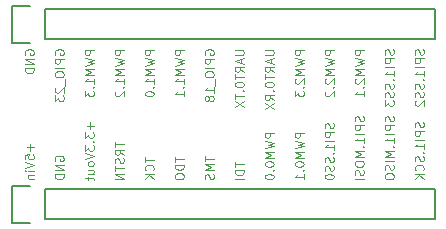
<source format=gbr>
G04 #@! TF.GenerationSoftware,KiCad,Pcbnew,(2017-08-02 revision 9760937)-master*
G04 #@! TF.CreationDate,2017-09-04T14:54:41-05:00*
G04 #@! TF.ProjectId,lofive,6C6F666976652E6B696361645F706362,0*
G04 #@! TF.SameCoordinates,Original*
G04 #@! TF.FileFunction,Legend,Bot*
G04 #@! TF.FilePolarity,Positive*
%FSLAX46Y46*%
G04 Gerber Fmt 4.6, Leading zero omitted, Abs format (unit mm)*
G04 Created by KiCad (PCBNEW (2017-08-02 revision 9760937)-master) date Mon Sep  4 14:54:41 2017*
%MOMM*%
%LPD*%
G01*
G04 APERTURE LIST*
%ADD10C,0.125000*%
%ADD11C,0.150000*%
G04 APERTURE END LIST*
D10*
X136193571Y-112619107D02*
X136229285Y-112726250D01*
X136229285Y-112904821D01*
X136193571Y-112976250D01*
X136157857Y-113011964D01*
X136086428Y-113047678D01*
X136015000Y-113047678D01*
X135943571Y-113011964D01*
X135907857Y-112976250D01*
X135872142Y-112904821D01*
X135836428Y-112761964D01*
X135800714Y-112690535D01*
X135765000Y-112654821D01*
X135693571Y-112619107D01*
X135622142Y-112619107D01*
X135550714Y-112654821D01*
X135515000Y-112690535D01*
X135479285Y-112761964D01*
X135479285Y-112940535D01*
X135515000Y-113047678D01*
X136229285Y-113369107D02*
X135479285Y-113369107D01*
X135479285Y-113654821D01*
X135515000Y-113726250D01*
X135550714Y-113761964D01*
X135622142Y-113797678D01*
X135729285Y-113797678D01*
X135800714Y-113761964D01*
X135836428Y-113726250D01*
X135872142Y-113654821D01*
X135872142Y-113369107D01*
X136229285Y-114119107D02*
X135479285Y-114119107D01*
X136229285Y-114869107D02*
X136229285Y-114440535D01*
X136229285Y-114654821D02*
X135479285Y-114654821D01*
X135586428Y-114583392D01*
X135657857Y-114511964D01*
X135693571Y-114440535D01*
X136157857Y-115190535D02*
X136193571Y-115226250D01*
X136229285Y-115190535D01*
X136193571Y-115154821D01*
X136157857Y-115190535D01*
X136229285Y-115190535D01*
X136193571Y-115511964D02*
X136229285Y-115619107D01*
X136229285Y-115797678D01*
X136193571Y-115869107D01*
X136157857Y-115904821D01*
X136086428Y-115940535D01*
X136015000Y-115940535D01*
X135943571Y-115904821D01*
X135907857Y-115869107D01*
X135872142Y-115797678D01*
X135836428Y-115654821D01*
X135800714Y-115583392D01*
X135765000Y-115547678D01*
X135693571Y-115511964D01*
X135622142Y-115511964D01*
X135550714Y-115547678D01*
X135515000Y-115583392D01*
X135479285Y-115654821D01*
X135479285Y-115833392D01*
X135515000Y-115940535D01*
X136193571Y-116226250D02*
X136229285Y-116333392D01*
X136229285Y-116511964D01*
X136193571Y-116583392D01*
X136157857Y-116619107D01*
X136086428Y-116654821D01*
X136015000Y-116654821D01*
X135943571Y-116619107D01*
X135907857Y-116583392D01*
X135872142Y-116511964D01*
X135836428Y-116369107D01*
X135800714Y-116297678D01*
X135765000Y-116261964D01*
X135693571Y-116226250D01*
X135622142Y-116226250D01*
X135550714Y-116261964D01*
X135515000Y-116297678D01*
X135479285Y-116369107D01*
X135479285Y-116547678D01*
X135515000Y-116654821D01*
X135550714Y-116940535D02*
X135515000Y-116976250D01*
X135479285Y-117047678D01*
X135479285Y-117226250D01*
X135515000Y-117297678D01*
X135550714Y-117333392D01*
X135622142Y-117369107D01*
X135693571Y-117369107D01*
X135800714Y-117333392D01*
X136229285Y-116904821D01*
X136229285Y-117369107D01*
X133653571Y-112619107D02*
X133689285Y-112726250D01*
X133689285Y-112904821D01*
X133653571Y-112976250D01*
X133617857Y-113011964D01*
X133546428Y-113047678D01*
X133475000Y-113047678D01*
X133403571Y-113011964D01*
X133367857Y-112976250D01*
X133332142Y-112904821D01*
X133296428Y-112761964D01*
X133260714Y-112690535D01*
X133225000Y-112654821D01*
X133153571Y-112619107D01*
X133082142Y-112619107D01*
X133010714Y-112654821D01*
X132975000Y-112690535D01*
X132939285Y-112761964D01*
X132939285Y-112940535D01*
X132975000Y-113047678D01*
X133689285Y-113369107D02*
X132939285Y-113369107D01*
X132939285Y-113654821D01*
X132975000Y-113726250D01*
X133010714Y-113761964D01*
X133082142Y-113797678D01*
X133189285Y-113797678D01*
X133260714Y-113761964D01*
X133296428Y-113726250D01*
X133332142Y-113654821D01*
X133332142Y-113369107D01*
X133689285Y-114119107D02*
X132939285Y-114119107D01*
X133689285Y-114869107D02*
X133689285Y-114440535D01*
X133689285Y-114654821D02*
X132939285Y-114654821D01*
X133046428Y-114583392D01*
X133117857Y-114511964D01*
X133153571Y-114440535D01*
X133617857Y-115190535D02*
X133653571Y-115226250D01*
X133689285Y-115190535D01*
X133653571Y-115154821D01*
X133617857Y-115190535D01*
X133689285Y-115190535D01*
X133653571Y-115511964D02*
X133689285Y-115619107D01*
X133689285Y-115797678D01*
X133653571Y-115869107D01*
X133617857Y-115904821D01*
X133546428Y-115940535D01*
X133475000Y-115940535D01*
X133403571Y-115904821D01*
X133367857Y-115869107D01*
X133332142Y-115797678D01*
X133296428Y-115654821D01*
X133260714Y-115583392D01*
X133225000Y-115547678D01*
X133153571Y-115511964D01*
X133082142Y-115511964D01*
X133010714Y-115547678D01*
X132975000Y-115583392D01*
X132939285Y-115654821D01*
X132939285Y-115833392D01*
X132975000Y-115940535D01*
X133653571Y-116226250D02*
X133689285Y-116333392D01*
X133689285Y-116511964D01*
X133653571Y-116583392D01*
X133617857Y-116619107D01*
X133546428Y-116654821D01*
X133475000Y-116654821D01*
X133403571Y-116619107D01*
X133367857Y-116583392D01*
X133332142Y-116511964D01*
X133296428Y-116369107D01*
X133260714Y-116297678D01*
X133225000Y-116261964D01*
X133153571Y-116226250D01*
X133082142Y-116226250D01*
X133010714Y-116261964D01*
X132975000Y-116297678D01*
X132939285Y-116369107D01*
X132939285Y-116547678D01*
X132975000Y-116654821D01*
X132939285Y-116904821D02*
X132939285Y-117369107D01*
X133225000Y-117119107D01*
X133225000Y-117226250D01*
X133260714Y-117297678D01*
X133296428Y-117333392D01*
X133367857Y-117369107D01*
X133546428Y-117369107D01*
X133617857Y-117333392D01*
X133653571Y-117297678D01*
X133689285Y-117226250D01*
X133689285Y-117011964D01*
X133653571Y-116940535D01*
X133617857Y-116904821D01*
X131149285Y-112654821D02*
X130399285Y-112654821D01*
X130399285Y-112940535D01*
X130435000Y-113011964D01*
X130470714Y-113047678D01*
X130542142Y-113083392D01*
X130649285Y-113083392D01*
X130720714Y-113047678D01*
X130756428Y-113011964D01*
X130792142Y-112940535D01*
X130792142Y-112654821D01*
X130399285Y-113333392D02*
X131149285Y-113511964D01*
X130613571Y-113654821D01*
X131149285Y-113797678D01*
X130399285Y-113976250D01*
X131149285Y-114261964D02*
X130399285Y-114261964D01*
X130935000Y-114511964D01*
X130399285Y-114761964D01*
X131149285Y-114761964D01*
X130470714Y-115083392D02*
X130435000Y-115119107D01*
X130399285Y-115190535D01*
X130399285Y-115369107D01*
X130435000Y-115440535D01*
X130470714Y-115476250D01*
X130542142Y-115511964D01*
X130613571Y-115511964D01*
X130720714Y-115476250D01*
X131149285Y-115047678D01*
X131149285Y-115511964D01*
X131077857Y-115833392D02*
X131113571Y-115869107D01*
X131149285Y-115833392D01*
X131113571Y-115797678D01*
X131077857Y-115833392D01*
X131149285Y-115833392D01*
X131149285Y-116583392D02*
X131149285Y-116154821D01*
X131149285Y-116369107D02*
X130399285Y-116369107D01*
X130506428Y-116297678D01*
X130577857Y-116226250D01*
X130613571Y-116154821D01*
X128609285Y-112654821D02*
X127859285Y-112654821D01*
X127859285Y-112940535D01*
X127895000Y-113011964D01*
X127930714Y-113047678D01*
X128002142Y-113083392D01*
X128109285Y-113083392D01*
X128180714Y-113047678D01*
X128216428Y-113011964D01*
X128252142Y-112940535D01*
X128252142Y-112654821D01*
X127859285Y-113333392D02*
X128609285Y-113511964D01*
X128073571Y-113654821D01*
X128609285Y-113797678D01*
X127859285Y-113976250D01*
X128609285Y-114261964D02*
X127859285Y-114261964D01*
X128395000Y-114511964D01*
X127859285Y-114761964D01*
X128609285Y-114761964D01*
X127930714Y-115083392D02*
X127895000Y-115119107D01*
X127859285Y-115190535D01*
X127859285Y-115369107D01*
X127895000Y-115440535D01*
X127930714Y-115476250D01*
X128002142Y-115511964D01*
X128073571Y-115511964D01*
X128180714Y-115476250D01*
X128609285Y-115047678D01*
X128609285Y-115511964D01*
X128537857Y-115833392D02*
X128573571Y-115869107D01*
X128609285Y-115833392D01*
X128573571Y-115797678D01*
X128537857Y-115833392D01*
X128609285Y-115833392D01*
X127930714Y-116154821D02*
X127895000Y-116190535D01*
X127859285Y-116261964D01*
X127859285Y-116440535D01*
X127895000Y-116511964D01*
X127930714Y-116547678D01*
X128002142Y-116583392D01*
X128073571Y-116583392D01*
X128180714Y-116547678D01*
X128609285Y-116119107D01*
X128609285Y-116583392D01*
X126069285Y-112654821D02*
X125319285Y-112654821D01*
X125319285Y-112940535D01*
X125355000Y-113011964D01*
X125390714Y-113047678D01*
X125462142Y-113083392D01*
X125569285Y-113083392D01*
X125640714Y-113047678D01*
X125676428Y-113011964D01*
X125712142Y-112940535D01*
X125712142Y-112654821D01*
X125319285Y-113333392D02*
X126069285Y-113511964D01*
X125533571Y-113654821D01*
X126069285Y-113797678D01*
X125319285Y-113976250D01*
X126069285Y-114261964D02*
X125319285Y-114261964D01*
X125855000Y-114511964D01*
X125319285Y-114761964D01*
X126069285Y-114761964D01*
X125390714Y-115083392D02*
X125355000Y-115119107D01*
X125319285Y-115190535D01*
X125319285Y-115369107D01*
X125355000Y-115440535D01*
X125390714Y-115476250D01*
X125462142Y-115511964D01*
X125533571Y-115511964D01*
X125640714Y-115476250D01*
X126069285Y-115047678D01*
X126069285Y-115511964D01*
X125997857Y-115833392D02*
X126033571Y-115869107D01*
X126069285Y-115833392D01*
X126033571Y-115797678D01*
X125997857Y-115833392D01*
X126069285Y-115833392D01*
X125319285Y-116119107D02*
X125319285Y-116583392D01*
X125605000Y-116333392D01*
X125605000Y-116440535D01*
X125640714Y-116511964D01*
X125676428Y-116547678D01*
X125747857Y-116583392D01*
X125926428Y-116583392D01*
X125997857Y-116547678D01*
X126033571Y-116511964D01*
X126069285Y-116440535D01*
X126069285Y-116226250D01*
X126033571Y-116154821D01*
X125997857Y-116119107D01*
X122779285Y-112654821D02*
X123386428Y-112654821D01*
X123457857Y-112690535D01*
X123493571Y-112726250D01*
X123529285Y-112797678D01*
X123529285Y-112940535D01*
X123493571Y-113011964D01*
X123457857Y-113047678D01*
X123386428Y-113083392D01*
X122779285Y-113083392D01*
X123315000Y-113404821D02*
X123315000Y-113761964D01*
X123529285Y-113333392D02*
X122779285Y-113583392D01*
X123529285Y-113833392D01*
X123529285Y-114511964D02*
X123172142Y-114261964D01*
X123529285Y-114083392D02*
X122779285Y-114083392D01*
X122779285Y-114369107D01*
X122815000Y-114440535D01*
X122850714Y-114476250D01*
X122922142Y-114511964D01*
X123029285Y-114511964D01*
X123100714Y-114476250D01*
X123136428Y-114440535D01*
X123172142Y-114369107D01*
X123172142Y-114083392D01*
X122779285Y-114726250D02*
X122779285Y-115154821D01*
X123529285Y-114940535D02*
X122779285Y-114940535D01*
X122779285Y-115547678D02*
X122779285Y-115619107D01*
X122815000Y-115690535D01*
X122850714Y-115726250D01*
X122922142Y-115761964D01*
X123065000Y-115797678D01*
X123243571Y-115797678D01*
X123386428Y-115761964D01*
X123457857Y-115726250D01*
X123493571Y-115690535D01*
X123529285Y-115619107D01*
X123529285Y-115547678D01*
X123493571Y-115476250D01*
X123457857Y-115440535D01*
X123386428Y-115404821D01*
X123243571Y-115369107D01*
X123065000Y-115369107D01*
X122922142Y-115404821D01*
X122850714Y-115440535D01*
X122815000Y-115476250D01*
X122779285Y-115547678D01*
X123457857Y-116119107D02*
X123493571Y-116154821D01*
X123529285Y-116119107D01*
X123493571Y-116083392D01*
X123457857Y-116119107D01*
X123529285Y-116119107D01*
X123529285Y-116904821D02*
X123172142Y-116654821D01*
X123529285Y-116476250D02*
X122779285Y-116476250D01*
X122779285Y-116761964D01*
X122815000Y-116833392D01*
X122850714Y-116869107D01*
X122922142Y-116904821D01*
X123029285Y-116904821D01*
X123100714Y-116869107D01*
X123136428Y-116833392D01*
X123172142Y-116761964D01*
X123172142Y-116476250D01*
X122779285Y-117154821D02*
X123529285Y-117654821D01*
X122779285Y-117654821D02*
X123529285Y-117154821D01*
X120239285Y-112654821D02*
X120846428Y-112654821D01*
X120917857Y-112690535D01*
X120953571Y-112726250D01*
X120989285Y-112797678D01*
X120989285Y-112940535D01*
X120953571Y-113011964D01*
X120917857Y-113047678D01*
X120846428Y-113083392D01*
X120239285Y-113083392D01*
X120775000Y-113404821D02*
X120775000Y-113761964D01*
X120989285Y-113333392D02*
X120239285Y-113583392D01*
X120989285Y-113833392D01*
X120989285Y-114511964D02*
X120632142Y-114261964D01*
X120989285Y-114083392D02*
X120239285Y-114083392D01*
X120239285Y-114369107D01*
X120275000Y-114440535D01*
X120310714Y-114476250D01*
X120382142Y-114511964D01*
X120489285Y-114511964D01*
X120560714Y-114476250D01*
X120596428Y-114440535D01*
X120632142Y-114369107D01*
X120632142Y-114083392D01*
X120239285Y-114726250D02*
X120239285Y-115154821D01*
X120989285Y-114940535D02*
X120239285Y-114940535D01*
X120239285Y-115547678D02*
X120239285Y-115619107D01*
X120275000Y-115690535D01*
X120310714Y-115726250D01*
X120382142Y-115761964D01*
X120525000Y-115797678D01*
X120703571Y-115797678D01*
X120846428Y-115761964D01*
X120917857Y-115726250D01*
X120953571Y-115690535D01*
X120989285Y-115619107D01*
X120989285Y-115547678D01*
X120953571Y-115476250D01*
X120917857Y-115440535D01*
X120846428Y-115404821D01*
X120703571Y-115369107D01*
X120525000Y-115369107D01*
X120382142Y-115404821D01*
X120310714Y-115440535D01*
X120275000Y-115476250D01*
X120239285Y-115547678D01*
X120917857Y-116119107D02*
X120953571Y-116154821D01*
X120989285Y-116119107D01*
X120953571Y-116083392D01*
X120917857Y-116119107D01*
X120989285Y-116119107D01*
X120239285Y-116369107D02*
X120239285Y-116797678D01*
X120989285Y-116583392D02*
X120239285Y-116583392D01*
X120239285Y-116976250D02*
X120989285Y-117476250D01*
X120239285Y-117476250D02*
X120989285Y-116976250D01*
X117735000Y-113047678D02*
X117699285Y-112976250D01*
X117699285Y-112869107D01*
X117735000Y-112761964D01*
X117806428Y-112690535D01*
X117877857Y-112654821D01*
X118020714Y-112619107D01*
X118127857Y-112619107D01*
X118270714Y-112654821D01*
X118342142Y-112690535D01*
X118413571Y-112761964D01*
X118449285Y-112869107D01*
X118449285Y-112940535D01*
X118413571Y-113047678D01*
X118377857Y-113083392D01*
X118127857Y-113083392D01*
X118127857Y-112940535D01*
X118449285Y-113404821D02*
X117699285Y-113404821D01*
X117699285Y-113690535D01*
X117735000Y-113761964D01*
X117770714Y-113797678D01*
X117842142Y-113833392D01*
X117949285Y-113833392D01*
X118020714Y-113797678D01*
X118056428Y-113761964D01*
X118092142Y-113690535D01*
X118092142Y-113404821D01*
X118449285Y-114154821D02*
X117699285Y-114154821D01*
X117699285Y-114654821D02*
X117699285Y-114797678D01*
X117735000Y-114869107D01*
X117806428Y-114940535D01*
X117949285Y-114976250D01*
X118199285Y-114976250D01*
X118342142Y-114940535D01*
X118413571Y-114869107D01*
X118449285Y-114797678D01*
X118449285Y-114654821D01*
X118413571Y-114583392D01*
X118342142Y-114511964D01*
X118199285Y-114476250D01*
X117949285Y-114476250D01*
X117806428Y-114511964D01*
X117735000Y-114583392D01*
X117699285Y-114654821D01*
X118520714Y-115119107D02*
X118520714Y-115690535D01*
X118449285Y-116261964D02*
X118449285Y-115833392D01*
X118449285Y-116047678D02*
X117699285Y-116047678D01*
X117806428Y-115976250D01*
X117877857Y-115904821D01*
X117913571Y-115833392D01*
X118020714Y-116690535D02*
X117985000Y-116619107D01*
X117949285Y-116583392D01*
X117877857Y-116547678D01*
X117842142Y-116547678D01*
X117770714Y-116583392D01*
X117735000Y-116619107D01*
X117699285Y-116690535D01*
X117699285Y-116833392D01*
X117735000Y-116904821D01*
X117770714Y-116940535D01*
X117842142Y-116976250D01*
X117877857Y-116976250D01*
X117949285Y-116940535D01*
X117985000Y-116904821D01*
X118020714Y-116833392D01*
X118020714Y-116690535D01*
X118056428Y-116619107D01*
X118092142Y-116583392D01*
X118163571Y-116547678D01*
X118306428Y-116547678D01*
X118377857Y-116583392D01*
X118413571Y-116619107D01*
X118449285Y-116690535D01*
X118449285Y-116833392D01*
X118413571Y-116904821D01*
X118377857Y-116940535D01*
X118306428Y-116976250D01*
X118163571Y-116976250D01*
X118092142Y-116940535D01*
X118056428Y-116904821D01*
X118020714Y-116833392D01*
X115909285Y-112654821D02*
X115159285Y-112654821D01*
X115159285Y-112940535D01*
X115195000Y-113011964D01*
X115230714Y-113047678D01*
X115302142Y-113083392D01*
X115409285Y-113083392D01*
X115480714Y-113047678D01*
X115516428Y-113011964D01*
X115552142Y-112940535D01*
X115552142Y-112654821D01*
X115159285Y-113333392D02*
X115909285Y-113511964D01*
X115373571Y-113654821D01*
X115909285Y-113797678D01*
X115159285Y-113976250D01*
X115909285Y-114261964D02*
X115159285Y-114261964D01*
X115695000Y-114511964D01*
X115159285Y-114761964D01*
X115909285Y-114761964D01*
X115909285Y-115511964D02*
X115909285Y-115083392D01*
X115909285Y-115297678D02*
X115159285Y-115297678D01*
X115266428Y-115226250D01*
X115337857Y-115154821D01*
X115373571Y-115083392D01*
X115837857Y-115833392D02*
X115873571Y-115869107D01*
X115909285Y-115833392D01*
X115873571Y-115797678D01*
X115837857Y-115833392D01*
X115909285Y-115833392D01*
X115909285Y-116583392D02*
X115909285Y-116154821D01*
X115909285Y-116369107D02*
X115159285Y-116369107D01*
X115266428Y-116297678D01*
X115337857Y-116226250D01*
X115373571Y-116154821D01*
X113369285Y-112654821D02*
X112619285Y-112654821D01*
X112619285Y-112940535D01*
X112655000Y-113011964D01*
X112690714Y-113047678D01*
X112762142Y-113083392D01*
X112869285Y-113083392D01*
X112940714Y-113047678D01*
X112976428Y-113011964D01*
X113012142Y-112940535D01*
X113012142Y-112654821D01*
X112619285Y-113333392D02*
X113369285Y-113511964D01*
X112833571Y-113654821D01*
X113369285Y-113797678D01*
X112619285Y-113976250D01*
X113369285Y-114261964D02*
X112619285Y-114261964D01*
X113155000Y-114511964D01*
X112619285Y-114761964D01*
X113369285Y-114761964D01*
X113369285Y-115511964D02*
X113369285Y-115083392D01*
X113369285Y-115297678D02*
X112619285Y-115297678D01*
X112726428Y-115226250D01*
X112797857Y-115154821D01*
X112833571Y-115083392D01*
X113297857Y-115833392D02*
X113333571Y-115869107D01*
X113369285Y-115833392D01*
X113333571Y-115797678D01*
X113297857Y-115833392D01*
X113369285Y-115833392D01*
X112619285Y-116333392D02*
X112619285Y-116404821D01*
X112655000Y-116476250D01*
X112690714Y-116511964D01*
X112762142Y-116547678D01*
X112905000Y-116583392D01*
X113083571Y-116583392D01*
X113226428Y-116547678D01*
X113297857Y-116511964D01*
X113333571Y-116476250D01*
X113369285Y-116404821D01*
X113369285Y-116333392D01*
X113333571Y-116261964D01*
X113297857Y-116226250D01*
X113226428Y-116190535D01*
X113083571Y-116154821D01*
X112905000Y-116154821D01*
X112762142Y-116190535D01*
X112690714Y-116226250D01*
X112655000Y-116261964D01*
X112619285Y-116333392D01*
X110829285Y-112654821D02*
X110079285Y-112654821D01*
X110079285Y-112940535D01*
X110115000Y-113011964D01*
X110150714Y-113047678D01*
X110222142Y-113083392D01*
X110329285Y-113083392D01*
X110400714Y-113047678D01*
X110436428Y-113011964D01*
X110472142Y-112940535D01*
X110472142Y-112654821D01*
X110079285Y-113333392D02*
X110829285Y-113511964D01*
X110293571Y-113654821D01*
X110829285Y-113797678D01*
X110079285Y-113976250D01*
X110829285Y-114261964D02*
X110079285Y-114261964D01*
X110615000Y-114511964D01*
X110079285Y-114761964D01*
X110829285Y-114761964D01*
X110829285Y-115511964D02*
X110829285Y-115083392D01*
X110829285Y-115297678D02*
X110079285Y-115297678D01*
X110186428Y-115226250D01*
X110257857Y-115154821D01*
X110293571Y-115083392D01*
X110757857Y-115833392D02*
X110793571Y-115869107D01*
X110829285Y-115833392D01*
X110793571Y-115797678D01*
X110757857Y-115833392D01*
X110829285Y-115833392D01*
X110150714Y-116154821D02*
X110115000Y-116190535D01*
X110079285Y-116261964D01*
X110079285Y-116440535D01*
X110115000Y-116511964D01*
X110150714Y-116547678D01*
X110222142Y-116583392D01*
X110293571Y-116583392D01*
X110400714Y-116547678D01*
X110829285Y-116119107D01*
X110829285Y-116583392D01*
X108289285Y-112654821D02*
X107539285Y-112654821D01*
X107539285Y-112940535D01*
X107575000Y-113011964D01*
X107610714Y-113047678D01*
X107682142Y-113083392D01*
X107789285Y-113083392D01*
X107860714Y-113047678D01*
X107896428Y-113011964D01*
X107932142Y-112940535D01*
X107932142Y-112654821D01*
X107539285Y-113333392D02*
X108289285Y-113511964D01*
X107753571Y-113654821D01*
X108289285Y-113797678D01*
X107539285Y-113976250D01*
X108289285Y-114261964D02*
X107539285Y-114261964D01*
X108075000Y-114511964D01*
X107539285Y-114761964D01*
X108289285Y-114761964D01*
X108289285Y-115511964D02*
X108289285Y-115083392D01*
X108289285Y-115297678D02*
X107539285Y-115297678D01*
X107646428Y-115226250D01*
X107717857Y-115154821D01*
X107753571Y-115083392D01*
X108217857Y-115833392D02*
X108253571Y-115869107D01*
X108289285Y-115833392D01*
X108253571Y-115797678D01*
X108217857Y-115833392D01*
X108289285Y-115833392D01*
X107539285Y-116119107D02*
X107539285Y-116583392D01*
X107825000Y-116333392D01*
X107825000Y-116440535D01*
X107860714Y-116511964D01*
X107896428Y-116547678D01*
X107967857Y-116583392D01*
X108146428Y-116583392D01*
X108217857Y-116547678D01*
X108253571Y-116511964D01*
X108289285Y-116440535D01*
X108289285Y-116226250D01*
X108253571Y-116154821D01*
X108217857Y-116119107D01*
X105035000Y-113047678D02*
X104999285Y-112976250D01*
X104999285Y-112869107D01*
X105035000Y-112761964D01*
X105106428Y-112690535D01*
X105177857Y-112654821D01*
X105320714Y-112619107D01*
X105427857Y-112619107D01*
X105570714Y-112654821D01*
X105642142Y-112690535D01*
X105713571Y-112761964D01*
X105749285Y-112869107D01*
X105749285Y-112940535D01*
X105713571Y-113047678D01*
X105677857Y-113083392D01*
X105427857Y-113083392D01*
X105427857Y-112940535D01*
X105749285Y-113404821D02*
X104999285Y-113404821D01*
X104999285Y-113690535D01*
X105035000Y-113761964D01*
X105070714Y-113797678D01*
X105142142Y-113833392D01*
X105249285Y-113833392D01*
X105320714Y-113797678D01*
X105356428Y-113761964D01*
X105392142Y-113690535D01*
X105392142Y-113404821D01*
X105749285Y-114154821D02*
X104999285Y-114154821D01*
X104999285Y-114654821D02*
X104999285Y-114797678D01*
X105035000Y-114869107D01*
X105106428Y-114940535D01*
X105249285Y-114976250D01*
X105499285Y-114976250D01*
X105642142Y-114940535D01*
X105713571Y-114869107D01*
X105749285Y-114797678D01*
X105749285Y-114654821D01*
X105713571Y-114583392D01*
X105642142Y-114511964D01*
X105499285Y-114476250D01*
X105249285Y-114476250D01*
X105106428Y-114511964D01*
X105035000Y-114583392D01*
X104999285Y-114654821D01*
X105820714Y-115119107D02*
X105820714Y-115690535D01*
X105070714Y-115833392D02*
X105035000Y-115869107D01*
X104999285Y-115940535D01*
X104999285Y-116119107D01*
X105035000Y-116190535D01*
X105070714Y-116226250D01*
X105142142Y-116261964D01*
X105213571Y-116261964D01*
X105320714Y-116226250D01*
X105749285Y-115797678D01*
X105749285Y-116261964D01*
X104999285Y-116511964D02*
X104999285Y-116976250D01*
X105285000Y-116726250D01*
X105285000Y-116833392D01*
X105320714Y-116904821D01*
X105356428Y-116940535D01*
X105427857Y-116976250D01*
X105606428Y-116976250D01*
X105677857Y-116940535D01*
X105713571Y-116904821D01*
X105749285Y-116833392D01*
X105749285Y-116619107D01*
X105713571Y-116547678D01*
X105677857Y-116511964D01*
X102495000Y-113047678D02*
X102459285Y-112976250D01*
X102459285Y-112869107D01*
X102495000Y-112761964D01*
X102566428Y-112690535D01*
X102637857Y-112654821D01*
X102780714Y-112619107D01*
X102887857Y-112619107D01*
X103030714Y-112654821D01*
X103102142Y-112690535D01*
X103173571Y-112761964D01*
X103209285Y-112869107D01*
X103209285Y-112940535D01*
X103173571Y-113047678D01*
X103137857Y-113083392D01*
X102887857Y-113083392D01*
X102887857Y-112940535D01*
X103209285Y-113404821D02*
X102459285Y-113404821D01*
X103209285Y-113833392D01*
X102459285Y-113833392D01*
X103209285Y-114190535D02*
X102459285Y-114190535D01*
X102459285Y-114369107D01*
X102495000Y-114476250D01*
X102566428Y-114547678D01*
X102637857Y-114583392D01*
X102780714Y-114619107D01*
X102887857Y-114619107D01*
X103030714Y-114583392D01*
X103102142Y-114547678D01*
X103173571Y-114476250D01*
X103209285Y-114369107D01*
X103209285Y-114190535D01*
X136193571Y-118779464D02*
X136229285Y-118886607D01*
X136229285Y-119065178D01*
X136193571Y-119136607D01*
X136157857Y-119172321D01*
X136086428Y-119208035D01*
X136015000Y-119208035D01*
X135943571Y-119172321D01*
X135907857Y-119136607D01*
X135872142Y-119065178D01*
X135836428Y-118922321D01*
X135800714Y-118850892D01*
X135765000Y-118815178D01*
X135693571Y-118779464D01*
X135622142Y-118779464D01*
X135550714Y-118815178D01*
X135515000Y-118850892D01*
X135479285Y-118922321D01*
X135479285Y-119100892D01*
X135515000Y-119208035D01*
X136229285Y-119529464D02*
X135479285Y-119529464D01*
X135479285Y-119815178D01*
X135515000Y-119886607D01*
X135550714Y-119922321D01*
X135622142Y-119958035D01*
X135729285Y-119958035D01*
X135800714Y-119922321D01*
X135836428Y-119886607D01*
X135872142Y-119815178D01*
X135872142Y-119529464D01*
X136229285Y-120279464D02*
X135479285Y-120279464D01*
X136229285Y-121029464D02*
X136229285Y-120600892D01*
X136229285Y-120815178D02*
X135479285Y-120815178D01*
X135586428Y-120743750D01*
X135657857Y-120672321D01*
X135693571Y-120600892D01*
X136157857Y-121350892D02*
X136193571Y-121386607D01*
X136229285Y-121350892D01*
X136193571Y-121315178D01*
X136157857Y-121350892D01*
X136229285Y-121350892D01*
X136193571Y-121672321D02*
X136229285Y-121779464D01*
X136229285Y-121958035D01*
X136193571Y-122029464D01*
X136157857Y-122065178D01*
X136086428Y-122100892D01*
X136015000Y-122100892D01*
X135943571Y-122065178D01*
X135907857Y-122029464D01*
X135872142Y-121958035D01*
X135836428Y-121815178D01*
X135800714Y-121743750D01*
X135765000Y-121708035D01*
X135693571Y-121672321D01*
X135622142Y-121672321D01*
X135550714Y-121708035D01*
X135515000Y-121743750D01*
X135479285Y-121815178D01*
X135479285Y-121993750D01*
X135515000Y-122100892D01*
X136157857Y-122850892D02*
X136193571Y-122815178D01*
X136229285Y-122708035D01*
X136229285Y-122636607D01*
X136193571Y-122529464D01*
X136122142Y-122458035D01*
X136050714Y-122422321D01*
X135907857Y-122386607D01*
X135800714Y-122386607D01*
X135657857Y-122422321D01*
X135586428Y-122458035D01*
X135515000Y-122529464D01*
X135479285Y-122636607D01*
X135479285Y-122708035D01*
X135515000Y-122815178D01*
X135550714Y-122850892D01*
X136229285Y-123172321D02*
X135479285Y-123172321D01*
X136229285Y-123600892D02*
X135800714Y-123279464D01*
X135479285Y-123600892D02*
X135907857Y-123172321D01*
X133653571Y-118279464D02*
X133689285Y-118386607D01*
X133689285Y-118565178D01*
X133653571Y-118636607D01*
X133617857Y-118672321D01*
X133546428Y-118708035D01*
X133475000Y-118708035D01*
X133403571Y-118672321D01*
X133367857Y-118636607D01*
X133332142Y-118565178D01*
X133296428Y-118422321D01*
X133260714Y-118350892D01*
X133225000Y-118315178D01*
X133153571Y-118279464D01*
X133082142Y-118279464D01*
X133010714Y-118315178D01*
X132975000Y-118350892D01*
X132939285Y-118422321D01*
X132939285Y-118600892D01*
X132975000Y-118708035D01*
X133689285Y-119029464D02*
X132939285Y-119029464D01*
X132939285Y-119315178D01*
X132975000Y-119386607D01*
X133010714Y-119422321D01*
X133082142Y-119458035D01*
X133189285Y-119458035D01*
X133260714Y-119422321D01*
X133296428Y-119386607D01*
X133332142Y-119315178D01*
X133332142Y-119029464D01*
X133689285Y-119779464D02*
X132939285Y-119779464D01*
X133689285Y-120529464D02*
X133689285Y-120100892D01*
X133689285Y-120315178D02*
X132939285Y-120315178D01*
X133046428Y-120243750D01*
X133117857Y-120172321D01*
X133153571Y-120100892D01*
X133617857Y-120850892D02*
X133653571Y-120886607D01*
X133689285Y-120850892D01*
X133653571Y-120815178D01*
X133617857Y-120850892D01*
X133689285Y-120850892D01*
X133689285Y-121208035D02*
X132939285Y-121208035D01*
X133475000Y-121458035D01*
X132939285Y-121708035D01*
X133689285Y-121708035D01*
X133689285Y-122065178D02*
X132939285Y-122065178D01*
X133653571Y-122386607D02*
X133689285Y-122493750D01*
X133689285Y-122672321D01*
X133653571Y-122743750D01*
X133617857Y-122779464D01*
X133546428Y-122815178D01*
X133475000Y-122815178D01*
X133403571Y-122779464D01*
X133367857Y-122743750D01*
X133332142Y-122672321D01*
X133296428Y-122529464D01*
X133260714Y-122458035D01*
X133225000Y-122422321D01*
X133153571Y-122386607D01*
X133082142Y-122386607D01*
X133010714Y-122422321D01*
X132975000Y-122458035D01*
X132939285Y-122529464D01*
X132939285Y-122708035D01*
X132975000Y-122815178D01*
X132939285Y-123279464D02*
X132939285Y-123422321D01*
X132975000Y-123493750D01*
X133046428Y-123565178D01*
X133189285Y-123600892D01*
X133439285Y-123600892D01*
X133582142Y-123565178D01*
X133653571Y-123493750D01*
X133689285Y-123422321D01*
X133689285Y-123279464D01*
X133653571Y-123208035D01*
X133582142Y-123136607D01*
X133439285Y-123100892D01*
X133189285Y-123100892D01*
X133046428Y-123136607D01*
X132975000Y-123208035D01*
X132939285Y-123279464D01*
X131113571Y-118279464D02*
X131149285Y-118386607D01*
X131149285Y-118565178D01*
X131113571Y-118636607D01*
X131077857Y-118672321D01*
X131006428Y-118708035D01*
X130935000Y-118708035D01*
X130863571Y-118672321D01*
X130827857Y-118636607D01*
X130792142Y-118565178D01*
X130756428Y-118422321D01*
X130720714Y-118350892D01*
X130685000Y-118315178D01*
X130613571Y-118279464D01*
X130542142Y-118279464D01*
X130470714Y-118315178D01*
X130435000Y-118350892D01*
X130399285Y-118422321D01*
X130399285Y-118600892D01*
X130435000Y-118708035D01*
X131149285Y-119029464D02*
X130399285Y-119029464D01*
X130399285Y-119315178D01*
X130435000Y-119386607D01*
X130470714Y-119422321D01*
X130542142Y-119458035D01*
X130649285Y-119458035D01*
X130720714Y-119422321D01*
X130756428Y-119386607D01*
X130792142Y-119315178D01*
X130792142Y-119029464D01*
X131149285Y-119779464D02*
X130399285Y-119779464D01*
X131149285Y-120529464D02*
X131149285Y-120100892D01*
X131149285Y-120315178D02*
X130399285Y-120315178D01*
X130506428Y-120243750D01*
X130577857Y-120172321D01*
X130613571Y-120100892D01*
X131077857Y-120850892D02*
X131113571Y-120886607D01*
X131149285Y-120850892D01*
X131113571Y-120815178D01*
X131077857Y-120850892D01*
X131149285Y-120850892D01*
X131149285Y-121208035D02*
X130399285Y-121208035D01*
X130935000Y-121458035D01*
X130399285Y-121708035D01*
X131149285Y-121708035D01*
X130399285Y-122208035D02*
X130399285Y-122350892D01*
X130435000Y-122422321D01*
X130506428Y-122493750D01*
X130649285Y-122529464D01*
X130899285Y-122529464D01*
X131042142Y-122493750D01*
X131113571Y-122422321D01*
X131149285Y-122350892D01*
X131149285Y-122208035D01*
X131113571Y-122136607D01*
X131042142Y-122065178D01*
X130899285Y-122029464D01*
X130649285Y-122029464D01*
X130506428Y-122065178D01*
X130435000Y-122136607D01*
X130399285Y-122208035D01*
X131113571Y-122815178D02*
X131149285Y-122922321D01*
X131149285Y-123100892D01*
X131113571Y-123172321D01*
X131077857Y-123208035D01*
X131006428Y-123243750D01*
X130935000Y-123243750D01*
X130863571Y-123208035D01*
X130827857Y-123172321D01*
X130792142Y-123100892D01*
X130756428Y-122958035D01*
X130720714Y-122886607D01*
X130685000Y-122850892D01*
X130613571Y-122815178D01*
X130542142Y-122815178D01*
X130470714Y-122850892D01*
X130435000Y-122886607D01*
X130399285Y-122958035D01*
X130399285Y-123136607D01*
X130435000Y-123243750D01*
X131149285Y-123565178D02*
X130399285Y-123565178D01*
X128573571Y-118850892D02*
X128609285Y-118958035D01*
X128609285Y-119136607D01*
X128573571Y-119208035D01*
X128537857Y-119243750D01*
X128466428Y-119279464D01*
X128395000Y-119279464D01*
X128323571Y-119243750D01*
X128287857Y-119208035D01*
X128252142Y-119136607D01*
X128216428Y-118993750D01*
X128180714Y-118922321D01*
X128145000Y-118886607D01*
X128073571Y-118850892D01*
X128002142Y-118850892D01*
X127930714Y-118886607D01*
X127895000Y-118922321D01*
X127859285Y-118993750D01*
X127859285Y-119172321D01*
X127895000Y-119279464D01*
X128609285Y-119600892D02*
X127859285Y-119600892D01*
X127859285Y-119886607D01*
X127895000Y-119958035D01*
X127930714Y-119993750D01*
X128002142Y-120029464D01*
X128109285Y-120029464D01*
X128180714Y-119993750D01*
X128216428Y-119958035D01*
X128252142Y-119886607D01*
X128252142Y-119600892D01*
X128609285Y-120350892D02*
X127859285Y-120350892D01*
X128609285Y-121100892D02*
X128609285Y-120672321D01*
X128609285Y-120886607D02*
X127859285Y-120886607D01*
X127966428Y-120815178D01*
X128037857Y-120743750D01*
X128073571Y-120672321D01*
X128537857Y-121422321D02*
X128573571Y-121458035D01*
X128609285Y-121422321D01*
X128573571Y-121386607D01*
X128537857Y-121422321D01*
X128609285Y-121422321D01*
X128573571Y-121743750D02*
X128609285Y-121850892D01*
X128609285Y-122029464D01*
X128573571Y-122100892D01*
X128537857Y-122136607D01*
X128466428Y-122172321D01*
X128395000Y-122172321D01*
X128323571Y-122136607D01*
X128287857Y-122100892D01*
X128252142Y-122029464D01*
X128216428Y-121886607D01*
X128180714Y-121815178D01*
X128145000Y-121779464D01*
X128073571Y-121743750D01*
X128002142Y-121743750D01*
X127930714Y-121779464D01*
X127895000Y-121815178D01*
X127859285Y-121886607D01*
X127859285Y-122065178D01*
X127895000Y-122172321D01*
X128573571Y-122458035D02*
X128609285Y-122565178D01*
X128609285Y-122743750D01*
X128573571Y-122815178D01*
X128537857Y-122850892D01*
X128466428Y-122886607D01*
X128395000Y-122886607D01*
X128323571Y-122850892D01*
X128287857Y-122815178D01*
X128252142Y-122743750D01*
X128216428Y-122600892D01*
X128180714Y-122529464D01*
X128145000Y-122493750D01*
X128073571Y-122458035D01*
X128002142Y-122458035D01*
X127930714Y-122493750D01*
X127895000Y-122529464D01*
X127859285Y-122600892D01*
X127859285Y-122779464D01*
X127895000Y-122886607D01*
X127859285Y-123350892D02*
X127859285Y-123422321D01*
X127895000Y-123493750D01*
X127930714Y-123529464D01*
X128002142Y-123565178D01*
X128145000Y-123600892D01*
X128323571Y-123600892D01*
X128466428Y-123565178D01*
X128537857Y-123529464D01*
X128573571Y-123493750D01*
X128609285Y-123422321D01*
X128609285Y-123350892D01*
X128573571Y-123279464D01*
X128537857Y-123243750D01*
X128466428Y-123208035D01*
X128323571Y-123172321D01*
X128145000Y-123172321D01*
X128002142Y-123208035D01*
X127930714Y-123243750D01*
X127895000Y-123279464D01*
X127859285Y-123350892D01*
X126069285Y-119672321D02*
X125319285Y-119672321D01*
X125319285Y-119958035D01*
X125355000Y-120029464D01*
X125390714Y-120065178D01*
X125462142Y-120100892D01*
X125569285Y-120100892D01*
X125640714Y-120065178D01*
X125676428Y-120029464D01*
X125712142Y-119958035D01*
X125712142Y-119672321D01*
X125319285Y-120350892D02*
X126069285Y-120529464D01*
X125533571Y-120672321D01*
X126069285Y-120815178D01*
X125319285Y-120993750D01*
X126069285Y-121279464D02*
X125319285Y-121279464D01*
X125855000Y-121529464D01*
X125319285Y-121779464D01*
X126069285Y-121779464D01*
X125319285Y-122279464D02*
X125319285Y-122350892D01*
X125355000Y-122422321D01*
X125390714Y-122458035D01*
X125462142Y-122493750D01*
X125605000Y-122529464D01*
X125783571Y-122529464D01*
X125926428Y-122493750D01*
X125997857Y-122458035D01*
X126033571Y-122422321D01*
X126069285Y-122350892D01*
X126069285Y-122279464D01*
X126033571Y-122208035D01*
X125997857Y-122172321D01*
X125926428Y-122136607D01*
X125783571Y-122100892D01*
X125605000Y-122100892D01*
X125462142Y-122136607D01*
X125390714Y-122172321D01*
X125355000Y-122208035D01*
X125319285Y-122279464D01*
X125997857Y-122850892D02*
X126033571Y-122886607D01*
X126069285Y-122850892D01*
X126033571Y-122815178D01*
X125997857Y-122850892D01*
X126069285Y-122850892D01*
X126069285Y-123600892D02*
X126069285Y-123172321D01*
X126069285Y-123386607D02*
X125319285Y-123386607D01*
X125426428Y-123315178D01*
X125497857Y-123243750D01*
X125533571Y-123172321D01*
X123529285Y-119672321D02*
X122779285Y-119672321D01*
X122779285Y-119958035D01*
X122815000Y-120029464D01*
X122850714Y-120065178D01*
X122922142Y-120100892D01*
X123029285Y-120100892D01*
X123100714Y-120065178D01*
X123136428Y-120029464D01*
X123172142Y-119958035D01*
X123172142Y-119672321D01*
X122779285Y-120350892D02*
X123529285Y-120529464D01*
X122993571Y-120672321D01*
X123529285Y-120815178D01*
X122779285Y-120993750D01*
X123529285Y-121279464D02*
X122779285Y-121279464D01*
X123315000Y-121529464D01*
X122779285Y-121779464D01*
X123529285Y-121779464D01*
X122779285Y-122279464D02*
X122779285Y-122350892D01*
X122815000Y-122422321D01*
X122850714Y-122458035D01*
X122922142Y-122493750D01*
X123065000Y-122529464D01*
X123243571Y-122529464D01*
X123386428Y-122493750D01*
X123457857Y-122458035D01*
X123493571Y-122422321D01*
X123529285Y-122350892D01*
X123529285Y-122279464D01*
X123493571Y-122208035D01*
X123457857Y-122172321D01*
X123386428Y-122136607D01*
X123243571Y-122100892D01*
X123065000Y-122100892D01*
X122922142Y-122136607D01*
X122850714Y-122172321D01*
X122815000Y-122208035D01*
X122779285Y-122279464D01*
X123457857Y-122850892D02*
X123493571Y-122886607D01*
X123529285Y-122850892D01*
X123493571Y-122815178D01*
X123457857Y-122850892D01*
X123529285Y-122850892D01*
X122779285Y-123350892D02*
X122779285Y-123422321D01*
X122815000Y-123493750D01*
X122850714Y-123529464D01*
X122922142Y-123565178D01*
X123065000Y-123600892D01*
X123243571Y-123600892D01*
X123386428Y-123565178D01*
X123457857Y-123529464D01*
X123493571Y-123493750D01*
X123529285Y-123422321D01*
X123529285Y-123350892D01*
X123493571Y-123279464D01*
X123457857Y-123243750D01*
X123386428Y-123208035D01*
X123243571Y-123172321D01*
X123065000Y-123172321D01*
X122922142Y-123208035D01*
X122850714Y-123243750D01*
X122815000Y-123279464D01*
X122779285Y-123350892D01*
X120239285Y-122136607D02*
X120239285Y-122565178D01*
X120989285Y-122350892D02*
X120239285Y-122350892D01*
X120989285Y-122815178D02*
X120239285Y-122815178D01*
X120239285Y-122993750D01*
X120275000Y-123100892D01*
X120346428Y-123172321D01*
X120417857Y-123208035D01*
X120560714Y-123243750D01*
X120667857Y-123243750D01*
X120810714Y-123208035D01*
X120882142Y-123172321D01*
X120953571Y-123100892D01*
X120989285Y-122993750D01*
X120989285Y-122815178D01*
X120989285Y-123565178D02*
X120239285Y-123565178D01*
X117699285Y-121672321D02*
X117699285Y-122100892D01*
X118449285Y-121886607D02*
X117699285Y-121886607D01*
X118449285Y-122350892D02*
X117699285Y-122350892D01*
X118235000Y-122600892D01*
X117699285Y-122850892D01*
X118449285Y-122850892D01*
X118413571Y-123172321D02*
X118449285Y-123279464D01*
X118449285Y-123458035D01*
X118413571Y-123529464D01*
X118377857Y-123565178D01*
X118306428Y-123600892D01*
X118235000Y-123600892D01*
X118163571Y-123565178D01*
X118127857Y-123529464D01*
X118092142Y-123458035D01*
X118056428Y-123315178D01*
X118020714Y-123243750D01*
X117985000Y-123208035D01*
X117913571Y-123172321D01*
X117842142Y-123172321D01*
X117770714Y-123208035D01*
X117735000Y-123243750D01*
X117699285Y-123315178D01*
X117699285Y-123493750D01*
X117735000Y-123600892D01*
X115159285Y-121708035D02*
X115159285Y-122136607D01*
X115909285Y-121922321D02*
X115159285Y-121922321D01*
X115909285Y-122386607D02*
X115159285Y-122386607D01*
X115159285Y-122565178D01*
X115195000Y-122672321D01*
X115266428Y-122743750D01*
X115337857Y-122779464D01*
X115480714Y-122815178D01*
X115587857Y-122815178D01*
X115730714Y-122779464D01*
X115802142Y-122743750D01*
X115873571Y-122672321D01*
X115909285Y-122565178D01*
X115909285Y-122386607D01*
X115159285Y-123279464D02*
X115159285Y-123422321D01*
X115195000Y-123493750D01*
X115266428Y-123565178D01*
X115409285Y-123600892D01*
X115659285Y-123600892D01*
X115802142Y-123565178D01*
X115873571Y-123493750D01*
X115909285Y-123422321D01*
X115909285Y-123279464D01*
X115873571Y-123208035D01*
X115802142Y-123136607D01*
X115659285Y-123100892D01*
X115409285Y-123100892D01*
X115266428Y-123136607D01*
X115195000Y-123208035D01*
X115159285Y-123279464D01*
X112619285Y-121743750D02*
X112619285Y-122172321D01*
X113369285Y-121958035D02*
X112619285Y-121958035D01*
X113297857Y-122850892D02*
X113333571Y-122815178D01*
X113369285Y-122708035D01*
X113369285Y-122636607D01*
X113333571Y-122529464D01*
X113262142Y-122458035D01*
X113190714Y-122422321D01*
X113047857Y-122386607D01*
X112940714Y-122386607D01*
X112797857Y-122422321D01*
X112726428Y-122458035D01*
X112655000Y-122529464D01*
X112619285Y-122636607D01*
X112619285Y-122708035D01*
X112655000Y-122815178D01*
X112690714Y-122850892D01*
X113369285Y-123172321D02*
X112619285Y-123172321D01*
X113369285Y-123600892D02*
X112940714Y-123279464D01*
X112619285Y-123600892D02*
X113047857Y-123172321D01*
X110079285Y-120422321D02*
X110079285Y-120850892D01*
X110829285Y-120636607D02*
X110079285Y-120636607D01*
X110829285Y-121529464D02*
X110472142Y-121279464D01*
X110829285Y-121100892D02*
X110079285Y-121100892D01*
X110079285Y-121386607D01*
X110115000Y-121458035D01*
X110150714Y-121493750D01*
X110222142Y-121529464D01*
X110329285Y-121529464D01*
X110400714Y-121493750D01*
X110436428Y-121458035D01*
X110472142Y-121386607D01*
X110472142Y-121100892D01*
X110793571Y-121815178D02*
X110829285Y-121922321D01*
X110829285Y-122100892D01*
X110793571Y-122172321D01*
X110757857Y-122208035D01*
X110686428Y-122243750D01*
X110615000Y-122243750D01*
X110543571Y-122208035D01*
X110507857Y-122172321D01*
X110472142Y-122100892D01*
X110436428Y-121958035D01*
X110400714Y-121886607D01*
X110365000Y-121850892D01*
X110293571Y-121815178D01*
X110222142Y-121815178D01*
X110150714Y-121850892D01*
X110115000Y-121886607D01*
X110079285Y-121958035D01*
X110079285Y-122136607D01*
X110115000Y-122243750D01*
X110079285Y-122458035D02*
X110079285Y-122886607D01*
X110829285Y-122672321D02*
X110079285Y-122672321D01*
X110829285Y-123136607D02*
X110079285Y-123136607D01*
X110829285Y-123565178D01*
X110079285Y-123565178D01*
X108003571Y-118779464D02*
X108003571Y-119350892D01*
X108289285Y-119065178D02*
X107717857Y-119065178D01*
X107539285Y-119636607D02*
X107539285Y-120100892D01*
X107825000Y-119850892D01*
X107825000Y-119958035D01*
X107860714Y-120029464D01*
X107896428Y-120065178D01*
X107967857Y-120100892D01*
X108146428Y-120100892D01*
X108217857Y-120065178D01*
X108253571Y-120029464D01*
X108289285Y-119958035D01*
X108289285Y-119743750D01*
X108253571Y-119672321D01*
X108217857Y-119636607D01*
X108217857Y-120422321D02*
X108253571Y-120458035D01*
X108289285Y-120422321D01*
X108253571Y-120386607D01*
X108217857Y-120422321D01*
X108289285Y-120422321D01*
X107539285Y-120708035D02*
X107539285Y-121172321D01*
X107825000Y-120922321D01*
X107825000Y-121029464D01*
X107860714Y-121100892D01*
X107896428Y-121136607D01*
X107967857Y-121172321D01*
X108146428Y-121172321D01*
X108217857Y-121136607D01*
X108253571Y-121100892D01*
X108289285Y-121029464D01*
X108289285Y-120815178D01*
X108253571Y-120743750D01*
X108217857Y-120708035D01*
X107539285Y-121386607D02*
X108289285Y-121636607D01*
X107539285Y-121886607D01*
X108289285Y-122243750D02*
X108253571Y-122172321D01*
X108217857Y-122136607D01*
X108146428Y-122100892D01*
X107932142Y-122100892D01*
X107860714Y-122136607D01*
X107825000Y-122172321D01*
X107789285Y-122243750D01*
X107789285Y-122350892D01*
X107825000Y-122422321D01*
X107860714Y-122458035D01*
X107932142Y-122493750D01*
X108146428Y-122493750D01*
X108217857Y-122458035D01*
X108253571Y-122422321D01*
X108289285Y-122350892D01*
X108289285Y-122243750D01*
X107789285Y-123136607D02*
X108289285Y-123136607D01*
X107789285Y-122815178D02*
X108182142Y-122815178D01*
X108253571Y-122850892D01*
X108289285Y-122922321D01*
X108289285Y-123029464D01*
X108253571Y-123100892D01*
X108217857Y-123136607D01*
X107789285Y-123386607D02*
X107789285Y-123672321D01*
X107539285Y-123493750D02*
X108182142Y-123493750D01*
X108253571Y-123529464D01*
X108289285Y-123600892D01*
X108289285Y-123672321D01*
X105035000Y-122029464D02*
X104999285Y-121958035D01*
X104999285Y-121850892D01*
X105035000Y-121743750D01*
X105106428Y-121672321D01*
X105177857Y-121636607D01*
X105320714Y-121600892D01*
X105427857Y-121600892D01*
X105570714Y-121636607D01*
X105642142Y-121672321D01*
X105713571Y-121743750D01*
X105749285Y-121850892D01*
X105749285Y-121922321D01*
X105713571Y-122029464D01*
X105677857Y-122065178D01*
X105427857Y-122065178D01*
X105427857Y-121922321D01*
X105749285Y-122386607D02*
X104999285Y-122386607D01*
X105749285Y-122815178D01*
X104999285Y-122815178D01*
X105749285Y-123172321D02*
X104999285Y-123172321D01*
X104999285Y-123350892D01*
X105035000Y-123458035D01*
X105106428Y-123529464D01*
X105177857Y-123565178D01*
X105320714Y-123600892D01*
X105427857Y-123600892D01*
X105570714Y-123565178D01*
X105642142Y-123529464D01*
X105713571Y-123458035D01*
X105749285Y-123350892D01*
X105749285Y-123172321D01*
X102923571Y-120600892D02*
X102923571Y-121172321D01*
X103209285Y-120886607D02*
X102637857Y-120886607D01*
X102459285Y-121886607D02*
X102459285Y-121529464D01*
X102816428Y-121493750D01*
X102780714Y-121529464D01*
X102745000Y-121600892D01*
X102745000Y-121779464D01*
X102780714Y-121850892D01*
X102816428Y-121886607D01*
X102887857Y-121922321D01*
X103066428Y-121922321D01*
X103137857Y-121886607D01*
X103173571Y-121850892D01*
X103209285Y-121779464D01*
X103209285Y-121600892D01*
X103173571Y-121529464D01*
X103137857Y-121493750D01*
X102459285Y-122136607D02*
X103209285Y-122386607D01*
X102459285Y-122636607D01*
X103209285Y-122886607D02*
X102709285Y-122886607D01*
X102459285Y-122886607D02*
X102495000Y-122850892D01*
X102530714Y-122886607D01*
X102495000Y-122922321D01*
X102459285Y-122886607D01*
X102530714Y-122886607D01*
X102709285Y-123243750D02*
X103209285Y-123243750D01*
X102780714Y-123243750D02*
X102745000Y-123279464D01*
X102709285Y-123350892D01*
X102709285Y-123458035D01*
X102745000Y-123529464D01*
X102816428Y-123565178D01*
X103209285Y-123565178D01*
D11*
X101320000Y-108940000D02*
X101320000Y-112040000D01*
X102870000Y-108940000D02*
X101320000Y-108940000D01*
X104140000Y-111760000D02*
X104140000Y-109220000D01*
X101320000Y-112040000D02*
X102870000Y-112040000D01*
X137160000Y-111760000D02*
X104140000Y-111760000D01*
X137160000Y-109220000D02*
X137160000Y-111760000D01*
X104140000Y-109220000D02*
X137160000Y-109220000D01*
X104140000Y-124460000D02*
X137160000Y-124460000D01*
X137160000Y-124460000D02*
X137160000Y-127000000D01*
X137160000Y-127000000D02*
X104140000Y-127000000D01*
X101320000Y-127280000D02*
X102870000Y-127280000D01*
X104140000Y-127000000D02*
X104140000Y-124460000D01*
X102870000Y-124180000D02*
X101320000Y-124180000D01*
X101320000Y-124180000D02*
X101320000Y-127280000D01*
M02*

</source>
